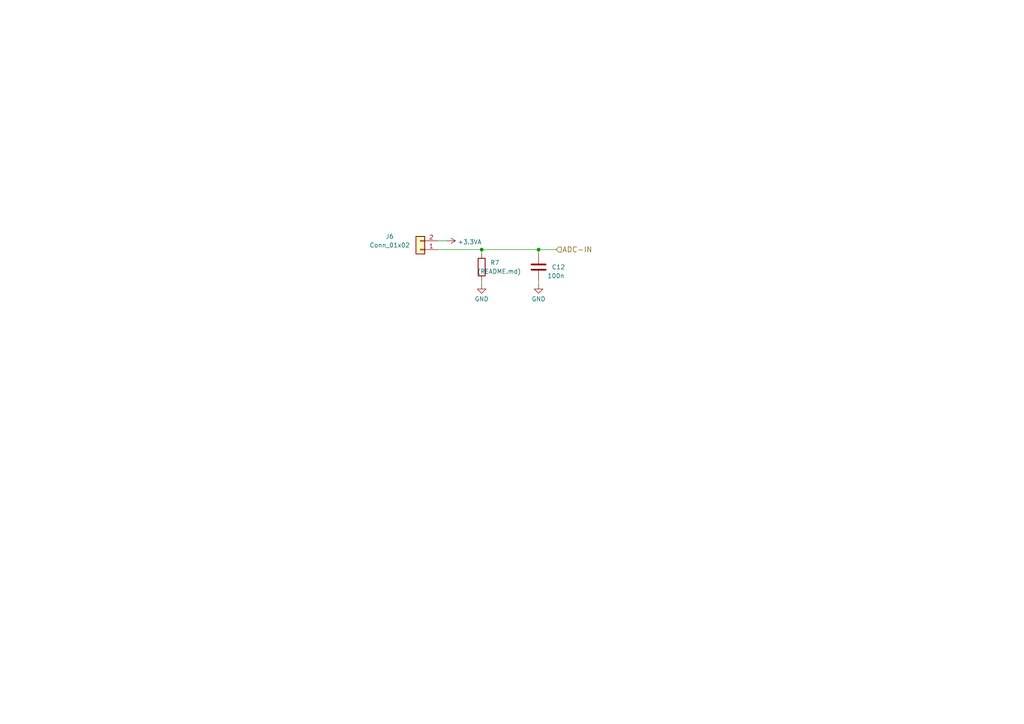
<source format=kicad_sch>
(kicad_sch (version 20230121) (generator eeschema)
  (paper "A4")
  (lib_symbols
    (symbol "Connector_Generic:Conn_01x02" (pin_names (offset 1.016) hide)
      (property "Reference" "J" (at 0 2.54 0))
      (property "Value" "Conn_01x02" (at 0 -5.08 0))
      (symbol "Conn_01x02_1_1"
        (rectangle (start -1.27 -2.413) (end 0 -2.667) (stroke (width 0.1524)))
        (rectangle (start -1.27 0.127) (end 0 -0.127) (stroke (width 0.1524)))
        (rectangle (start -1.27 1.27) (end 1.27 -3.81) (stroke (width 0.254)) (fill (type background)))
        (pin passive line (at -5.08 0 0) (length 3.81) (name "Pin_1") (number "1"))
        (pin passive line (at -5.08 -2.54 0) (length 3.81) (name "Pin_2") (number "2"))
      )
    )
    (symbol "Device:C" (pin_numbers hide) (pin_names (offset 0.254))
      (property "Reference" "C" (at 0.635 2.54 0))
      (property "Value" "C" (at 0.635 -2.54 0))
      (symbol "C_0_1"
        (polyline (pts (xy -2.032 -0.762) (xy 2.032 -0.762)) (stroke (width 0.508)))
        (polyline (pts (xy -2.032 0.762) (xy 2.032 0.762)) (stroke (width 0.508)))
      )
      (symbol "C_1_1"
        (pin passive line (at 0 3.81 270) (length 2.794) (name "~") (number "1"))
        (pin passive line (at 0 -3.81 90) (length 2.794) (name "~") (number "2"))
      )
    )
    (symbol "Device:R" (pin_numbers hide) (pin_names (offset 0))
      (property "Reference" "R" (at 2.032 0 90))
      (property "Value" "R" (at 0 0 90))
      (symbol "R_0_1"
        (rectangle (start -1.016 -2.54) (end 1.016 2.54) (stroke (width 0.254)))
      )
      (symbol "R_1_1"
        (pin passive line (at 0 3.81 270) (length 1.27) (name "~") (number "1"))
        (pin passive line (at 0 -3.81 90) (length 1.27) (name "~") (number "2"))
      )
    )
    (symbol "power:+3.3VA" (power) (pin_names (offset 0))
      (property "Value" "+3.3VA" (at 0 3.556 0))
      (symbol "+3.3VA_0_1"
        (polyline (pts (xy -0.762 1.27) (xy 0 2.54)))
        (polyline (pts (xy 0 0) (xy 0 2.54)))
        (polyline (pts (xy 0 2.54) (xy 0.762 1.27)))
      )
      (symbol "+3.3VA_1_1"
        (pin power_in line (at 0 0 90) (length 0) hide (name "+3.3VA") (number "1"))
      )
    )
    (symbol "power:GND" (power) (pin_names (offset 0))
      (property "Value" "GND" (at 0 -3.81 0))
      (symbol "GND_0_1"
        (polyline (pts (xy 0 0) (xy 0 -1.27) (xy 1.27 -1.27) (xy 0 -2.54) (xy -1.27 -1.27) (xy 0 -1.27)))
      )
      (symbol "GND_1_1"
        (pin power_in line (at 0 0 270) (length 0) hide (name "GND") (number "1"))
      )
    )
  )
  (junction (at 139.7 72.39))
  (junction (at 156.21 72.39))
  (wire (pts (xy 156.21 73.66) (xy 156.21 72.39)))
  (wire (pts (xy 156.21 82.55) (xy 156.21 81.28)))
  (wire (pts (xy 156.21 72.39) (xy 161.29 72.39)))
  (wire (pts (xy 139.7 72.39) (xy 139.7 73.66)))
  (wire (pts (xy 139.7 82.55) (xy 139.7 81.28)))
  (wire (pts (xy 127 69.85) (xy 129.54 69.85)))
  (wire (pts (xy 127 72.39) (xy 139.7 72.39)))
  (wire (pts (xy 139.7 72.39) (xy 156.21 72.39)))
  (hierarchical_label "ADC-IN" (shape input) (at 161.29 72.39 0) (effects (font (size 1.524 1.524))))
  (symbol (lib_id "Connector_Generic:Conn_01x02") (at 121.92 72.39 180) (unit 1)
    (property "Reference" "J6" (at 113.03 68.58 0))
    (property "Value" "Conn_01x02" (at 113.03 71.12 0))
    (property "Footprint" "Connector_JST:JST_XH_S2B-XH-A-1_1x02_P2.50mm_Horizontal" (effects hide))
    (instances (project "nanook-as" (path "" (reference "J6") (unit 1)) (path "" (reference "J7") (unit 1)) (path "" (reference "J8") (unit 1)) (path "" (reference "J9") (unit 1))))
  )
  (symbol (lib_id "Device:R") (at 139.7 77.47 0) (unit 1)
    (property "Reference" "R7" (at 143.51 76.2 0))
    (property "Value" "(README.md)" (at 144.78 78.74 0))
    (property "Footprint" "Resistor_SMD:R_0805_2012Metric" (effects hide))
    (instances (project "nanook-as" (path "" (reference "R7") (unit 1)) (path "" (reference "R8") (unit 1)) (path "" (reference "R9") (unit 1)) (path "" (reference "R10") (unit 1))))
  )
  (symbol (lib_id "Device:C") (at 156.21 77.47 0) (unit 1)
    (property "Reference" "C12" (at 160.02 77.47 0) (effects (justify left)))
    (property "Value" "100n" (at 158.75 80.01 0) (effects (justify left)))
    (property "Footprint" "Capacitor_SMD:C_0805_2012Metric" (effects hide))
    (instances (project "nanook-as" (path "" (reference "C12") (unit 1)) (path "" (reference "C13") (unit 1)) (path "" (reference "C14") (unit 1)) (path "" (reference "C15") (unit 1))))
  )
  (symbol (lib_id "power:GND") (at 139.7 82.55 0) (unit 1)
    (property "Reference" "#PWR0145" (effects hide))
    (property "Value" "GND" (at 139.7 86.7252 0))
    (instances (project "nanook-as" (path "" (reference "#PWR0145") (unit 1)) (path "" (reference "#PWR0136") (unit 1)) (path "" (reference "#PWR0139") (unit 1)) (path "" (reference "#PWR0142") (unit 1))))
  )
  (symbol (lib_id "power:GND") (at 156.21 82.55 0) (unit 1)
    (property "Reference" "#PWR0144" (effects hide))
    (property "Value" "GND" (at 156.21 86.7252 0))
    (instances (project "nanook-as" (path "" (reference "#PWR0144") (unit 1)) (path "" (reference "#PWR0135") (unit 1)) (path "" (reference "#PWR0138") (unit 1)) (path "" (reference "#PWR0141") (unit 1))))
  )
  (symbol (lib_id "power:+3.3VA") (at 129.54 69.85 270) (unit 1)
    (property "Reference" "#PWR0137" (effects hide))
    (property "Value" "+3.3VA" (at 132.715 70.1819 90) (effects (justify left)))
    (instances (project "nanook-as" (path "" (reference "#PWR0137") (unit 1)) (path "" (reference "#PWR0140") (unit 1)) (path "" (reference "#PWR0143") (unit 1)) (path "" (reference "#PWR0146") (unit 1))))
  )
)
</source>
